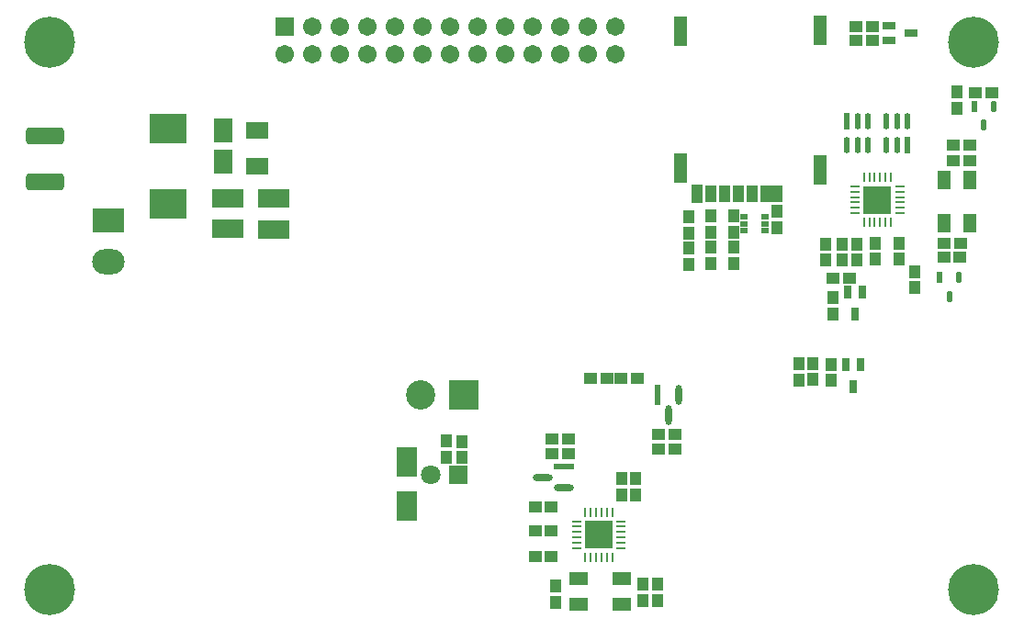
<source format=gbs>
G04*
G04 #@! TF.GenerationSoftware,Altium Limited,Altium Designer,20.2.6 (244)*
G04*
G04 Layer_Color=16711935*
%FSLAX24Y24*%
%MOIN*%
G70*
G04*
G04 #@! TF.SameCoordinates,01985295-A94F-4E40-9557-9D24556334AB*
G04*
G04*
G04 #@! TF.FilePolarity,Negative*
G04*
G01*
G75*
%ADD37R,0.0984X0.0984*%
%ADD62R,0.0434X0.0454*%
%ADD63R,0.0454X0.0434*%
%ADD72R,0.1064X0.1064*%
%ADD92R,0.0710X0.0710*%
%ADD93C,0.0710*%
%ADD94C,0.1064*%
%ADD95C,0.1852*%
%ADD96R,0.0671X0.0671*%
%ADD97C,0.0671*%
%ADD98O,0.1180X0.0907*%
%ADD99R,0.1180X0.0907*%
%ADD114R,0.0709X0.0472*%
%ADD115R,0.0472X0.0709*%
%ADD121R,0.0215X0.0417*%
G04:AMPARAMS|DCode=122|XSize=41.7mil|YSize=21.5mil|CornerRadius=10.8mil|HoleSize=0mil|Usage=FLASHONLY|Rotation=270.000|XOffset=0mil|YOffset=0mil|HoleType=Round|Shape=RoundedRectangle|*
%AMROUNDEDRECTD122*
21,1,0.0417,0.0000,0,0,270.0*
21,1,0.0202,0.0215,0,0,270.0*
1,1,0.0215,0.0000,-0.0101*
1,1,0.0215,0.0000,0.0101*
1,1,0.0215,0.0000,0.0101*
1,1,0.0215,0.0000,-0.0101*
%
%ADD122ROUNDEDRECTD122*%
%ADD123R,0.0224X0.0593*%
G04:AMPARAMS|DCode=124|XSize=59.3mil|YSize=22.4mil|CornerRadius=11.2mil|HoleSize=0mil|Usage=FLASHONLY|Rotation=270.000|XOffset=0mil|YOffset=0mil|HoleType=Round|Shape=RoundedRectangle|*
%AMROUNDEDRECTD124*
21,1,0.0593,0.0000,0,0,270.0*
21,1,0.0368,0.0224,0,0,270.0*
1,1,0.0224,0.0000,-0.0184*
1,1,0.0224,0.0000,0.0184*
1,1,0.0224,0.0000,0.0184*
1,1,0.0224,0.0000,-0.0184*
%
%ADD124ROUNDEDRECTD124*%
%ADD125R,0.0094X0.0354*%
%ADD126R,0.0354X0.0094*%
G04:AMPARAMS|DCode=128|XSize=71.8mil|YSize=24.3mil|CornerRadius=12.2mil|HoleSize=0mil|Usage=FLASHONLY|Rotation=270.000|XOffset=0mil|YOffset=0mil|HoleType=Round|Shape=RoundedRectangle|*
%AMROUNDEDRECTD128*
21,1,0.0718,0.0000,0,0,270.0*
21,1,0.0475,0.0243,0,0,270.0*
1,1,0.0243,0.0000,-0.0237*
1,1,0.0243,0.0000,0.0237*
1,1,0.0243,0.0000,0.0237*
1,1,0.0243,0.0000,-0.0237*
%
%ADD128ROUNDEDRECTD128*%
%ADD129R,0.0243X0.0718*%
G04:AMPARAMS|DCode=130|XSize=71.8mil|YSize=24.3mil|CornerRadius=12.2mil|HoleSize=0mil|Usage=FLASHONLY|Rotation=180.000|XOffset=0mil|YOffset=0mil|HoleType=Round|Shape=RoundedRectangle|*
%AMROUNDEDRECTD130*
21,1,0.0718,0.0000,0,0,180.0*
21,1,0.0475,0.0243,0,0,180.0*
1,1,0.0243,-0.0237,0.0000*
1,1,0.0243,0.0237,0.0000*
1,1,0.0243,0.0237,0.0000*
1,1,0.0243,-0.0237,0.0000*
%
%ADD130ROUNDEDRECTD130*%
%ADD131R,0.0718X0.0243*%
%ADD132R,0.0094X0.0354*%
%ADD133R,0.0354X0.0094*%
%ADD134R,0.0984X0.0984*%
%ADD141R,0.0277X0.0237*%
%ADD142R,0.0395X0.0631*%
%ADD143R,0.0395X0.0671*%
%ADD144R,0.0474X0.1108*%
%ADD145R,0.0454X0.0277*%
%ADD146R,0.0277X0.0454*%
%ADD147R,0.0749X0.1064*%
%ADD148R,0.1143X0.0710*%
%ADD149R,0.0789X0.0611*%
%ADD150R,0.0651X0.0887*%
%ADD151R,0.1379X0.1064*%
G04:AMPARAMS|DCode=152|XSize=60.8mil|YSize=137.5mil|CornerRadius=10.6mil|HoleSize=0mil|Usage=FLASHONLY|Rotation=270.000|XOffset=0mil|YOffset=0mil|HoleType=Round|Shape=RoundedRectangle|*
%AMROUNDEDRECTD152*
21,1,0.0608,0.1163,0,0,270.0*
21,1,0.0396,0.1375,0,0,270.0*
1,1,0.0212,-0.0582,-0.0198*
1,1,0.0212,-0.0582,0.0198*
1,1,0.0212,0.0582,0.0198*
1,1,0.0212,0.0582,-0.0198*
%
%ADD152ROUNDEDRECTD152*%
D37*
X31253Y15187D02*
D03*
D62*
X32030Y13025D02*
D03*
Y13615D02*
D03*
X24410Y12845D02*
D03*
Y13435D02*
D03*
X25215Y12865D02*
D03*
Y13455D02*
D03*
X26035Y12865D02*
D03*
Y13456D02*
D03*
X27600Y14165D02*
D03*
Y14755D02*
D03*
X26045Y14005D02*
D03*
Y14596D02*
D03*
X25220Y14005D02*
D03*
Y14595D02*
D03*
X24400Y13985D02*
D03*
Y14575D02*
D03*
X34150Y18505D02*
D03*
Y19095D02*
D03*
X30500Y12995D02*
D03*
Y13585D02*
D03*
X31190Y13025D02*
D03*
Y13615D02*
D03*
X29980Y13585D02*
D03*
Y12995D02*
D03*
X29380D02*
D03*
Y13585D02*
D03*
X32620Y11995D02*
D03*
Y12585D02*
D03*
X29640Y11035D02*
D03*
Y11625D02*
D03*
X29590Y8625D02*
D03*
Y9215D02*
D03*
X28900Y8655D02*
D03*
Y9245D02*
D03*
X28400Y8645D02*
D03*
Y9235D02*
D03*
X21990Y5055D02*
D03*
Y4465D02*
D03*
X22490D02*
D03*
Y5055D02*
D03*
X22740Y635D02*
D03*
Y1225D02*
D03*
X23270Y635D02*
D03*
Y1225D02*
D03*
X19590Y585D02*
D03*
Y1175D02*
D03*
X16170Y6415D02*
D03*
Y5825D02*
D03*
X15620Y5835D02*
D03*
Y6425D02*
D03*
D63*
X23315Y6130D02*
D03*
X23905D02*
D03*
X23315Y6670D02*
D03*
X23905D02*
D03*
X30479Y20960D02*
D03*
X31070D02*
D03*
X30475Y21480D02*
D03*
X31065D02*
D03*
X33675Y13610D02*
D03*
X34265D02*
D03*
X34605Y16620D02*
D03*
X34015D02*
D03*
X34605Y17170D02*
D03*
X34015D02*
D03*
X34805Y19080D02*
D03*
X35395D02*
D03*
X30245Y12350D02*
D03*
X29655D02*
D03*
X33665Y13100D02*
D03*
X34255D02*
D03*
X22535Y8700D02*
D03*
X21945D02*
D03*
X20845D02*
D03*
X21435D02*
D03*
X19445Y6520D02*
D03*
X20035D02*
D03*
X19445Y5980D02*
D03*
X20035D02*
D03*
X18825Y4040D02*
D03*
X19415D02*
D03*
X18825Y3170D02*
D03*
X19415D02*
D03*
X18825Y2250D02*
D03*
X19415D02*
D03*
D72*
X16240Y8120D02*
D03*
D92*
X16050Y5210D02*
D03*
D93*
X15050D02*
D03*
D94*
X14681Y8120D02*
D03*
D95*
X34729Y20902D02*
D03*
X1219Y1042D02*
D03*
Y20902D02*
D03*
X34729Y1042D02*
D03*
D96*
X9750Y21470D02*
D03*
D97*
Y20470D02*
D03*
X10750Y21470D02*
D03*
Y20470D02*
D03*
X11750Y21470D02*
D03*
Y20470D02*
D03*
X12750Y21470D02*
D03*
Y20470D02*
D03*
X13750Y21470D02*
D03*
Y20470D02*
D03*
X14750Y21470D02*
D03*
Y20470D02*
D03*
X15750Y21470D02*
D03*
Y20470D02*
D03*
X16750Y21470D02*
D03*
Y20470D02*
D03*
X17750Y21470D02*
D03*
Y20470D02*
D03*
X18750Y21470D02*
D03*
Y20470D02*
D03*
X19750Y21470D02*
D03*
Y20470D02*
D03*
X20750Y21470D02*
D03*
Y20470D02*
D03*
X21750Y21470D02*
D03*
Y20470D02*
D03*
D98*
X3329Y12930D02*
D03*
D99*
Y14430D02*
D03*
D114*
X21990Y1440D02*
D03*
X20415D02*
D03*
Y495D02*
D03*
X21990D02*
D03*
D115*
X33668Y15907D02*
D03*
Y14333D02*
D03*
X34612D02*
D03*
Y15907D02*
D03*
D121*
X34760Y18585D02*
D03*
X33500Y12355D02*
D03*
D122*
X35480Y18585D02*
D03*
X35120Y17895D02*
D03*
X34220Y12355D02*
D03*
X33860Y11665D02*
D03*
D123*
X30152Y18050D02*
D03*
X32334Y17187D02*
D03*
D124*
X30526Y18050D02*
D03*
X30900D02*
D03*
Y17183D02*
D03*
X30526D02*
D03*
X30152D02*
D03*
X31960Y17187D02*
D03*
X31586D02*
D03*
Y18053D02*
D03*
X31960D02*
D03*
X32334D02*
D03*
D125*
X31745Y15994D02*
D03*
X31548D02*
D03*
X31351D02*
D03*
X31154D02*
D03*
X30958D02*
D03*
X30761D02*
D03*
Y14380D02*
D03*
X30958D02*
D03*
X31154D02*
D03*
X31351D02*
D03*
X31548D02*
D03*
X31745D02*
D03*
D126*
X30446Y15679D02*
D03*
Y15482D02*
D03*
Y15286D02*
D03*
Y15089D02*
D03*
Y14892D02*
D03*
Y14695D02*
D03*
X32060D02*
D03*
Y14892D02*
D03*
Y15089D02*
D03*
Y15286D02*
D03*
Y15482D02*
D03*
Y15679D02*
D03*
D128*
X23664Y7358D02*
D03*
X24038Y8114D02*
D03*
D129*
X23290D02*
D03*
D130*
X19114Y5114D02*
D03*
X19870Y4740D02*
D03*
D131*
Y5488D02*
D03*
D132*
X21627Y2220D02*
D03*
X21431D02*
D03*
X21234D02*
D03*
X21037D02*
D03*
X20840D02*
D03*
X20643D02*
D03*
Y3834D02*
D03*
X20840D02*
D03*
X21037D02*
D03*
X21234D02*
D03*
X21431D02*
D03*
X21627D02*
D03*
D133*
X20328Y2535D02*
D03*
Y2732D02*
D03*
Y2929D02*
D03*
Y3126D02*
D03*
Y3322D02*
D03*
Y3519D02*
D03*
X21942D02*
D03*
Y3322D02*
D03*
Y3126D02*
D03*
Y2929D02*
D03*
Y2732D02*
D03*
Y2535D02*
D03*
D134*
X21135Y3027D02*
D03*
D141*
X27158Y14576D02*
D03*
Y14320D02*
D03*
Y14064D02*
D03*
X26410D02*
D03*
Y14320D02*
D03*
Y14576D02*
D03*
D142*
X27223Y15396D02*
D03*
X26723D02*
D03*
X25723D02*
D03*
X26223D02*
D03*
X25223D02*
D03*
X27597D02*
D03*
D143*
X24723D02*
D03*
D144*
X24105Y21300D02*
D03*
X29190Y21350D02*
D03*
Y16278D02*
D03*
X24105Y16328D02*
D03*
D145*
X32474Y21240D02*
D03*
X31666Y21496D02*
D03*
Y20984D02*
D03*
D146*
X30440Y11036D02*
D03*
X30696Y11844D02*
D03*
X30184D02*
D03*
X30380Y8396D02*
D03*
X30636Y9204D02*
D03*
X30124D02*
D03*
D147*
X14190Y4080D02*
D03*
Y5680D02*
D03*
D148*
X9330Y15222D02*
D03*
Y14120D02*
D03*
X7690Y15240D02*
D03*
Y14138D02*
D03*
D149*
X8740Y17710D02*
D03*
Y16391D02*
D03*
D150*
X7500Y16569D02*
D03*
Y17691D02*
D03*
D151*
X5520Y15036D02*
D03*
Y17780D02*
D03*
D152*
X1040Y17520D02*
D03*
Y15827D02*
D03*
M02*

</source>
